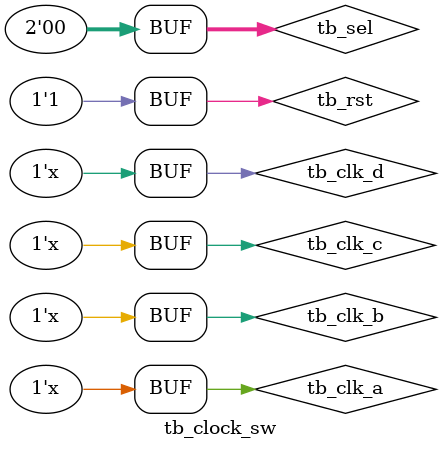
<source format=sv>
`timescale 1ns / 1ps


module tb_clock_sw;

    logic       tb_clk_a;
    logic       tb_clk_b;
    logic       tb_clk_c;
    logic       tb_clk_d;
    logic [1:0] tb_sel;
    logic       tb_rst;
    
    clock_sw dut (
    .clk_a_i   (tb_clk_a),
    .clk_b_i   (tb_clk_b),
    .clk_c_i   (tb_clk_c),
    .clk_d_i   (tb_clk_d),
    .sel_i     (tb_sel),
    .arstn_i   (tb_rst),
    .clk_out_o (tb_clk_out)
    );
    
   // Create clock A
   always #10 tb_clk_a = ~tb_clk_a;
   // Create clock B
   always #100 tb_clk_b = ~tb_clk_b;  
      // Create clock C
   always #200 tb_clk_c = ~tb_clk_c;   
      // Create clock D
   always #500 tb_clk_d = ~tb_clk_d;
   
   initial begin
         #10
         tb_clk_a <= 0;
         tb_clk_b <= 0;
         tb_clk_c <= 0;
         tb_clk_d <= 0; 
         tb_rst <= 0;
         tb_sel <= 2'b0;
         #10
         tb_rst <= 1;
         #3000
         tb_sel <= 2'b01;
         #3000
         tb_sel <= 2'b10;
         #3000
         tb_sel <= 2'b11;
         #6000
         tb_sel<=2'b00;
     end
    
endmodule

</source>
